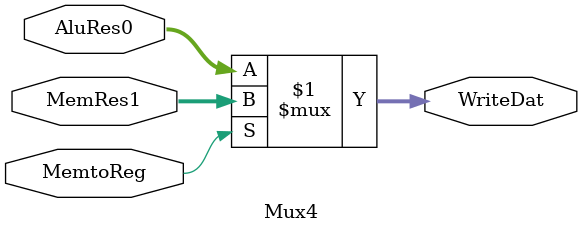
<source format=v>
module Mux4(
	input [31:0]AluRes0,
	input [31:0]MemRes1,
	input MemtoReg,
	output [31:0]WriteDat
	
);
assign
	WriteDat = (MemtoReg)? MemRes1: AluRes0;

endmodule 
</source>
